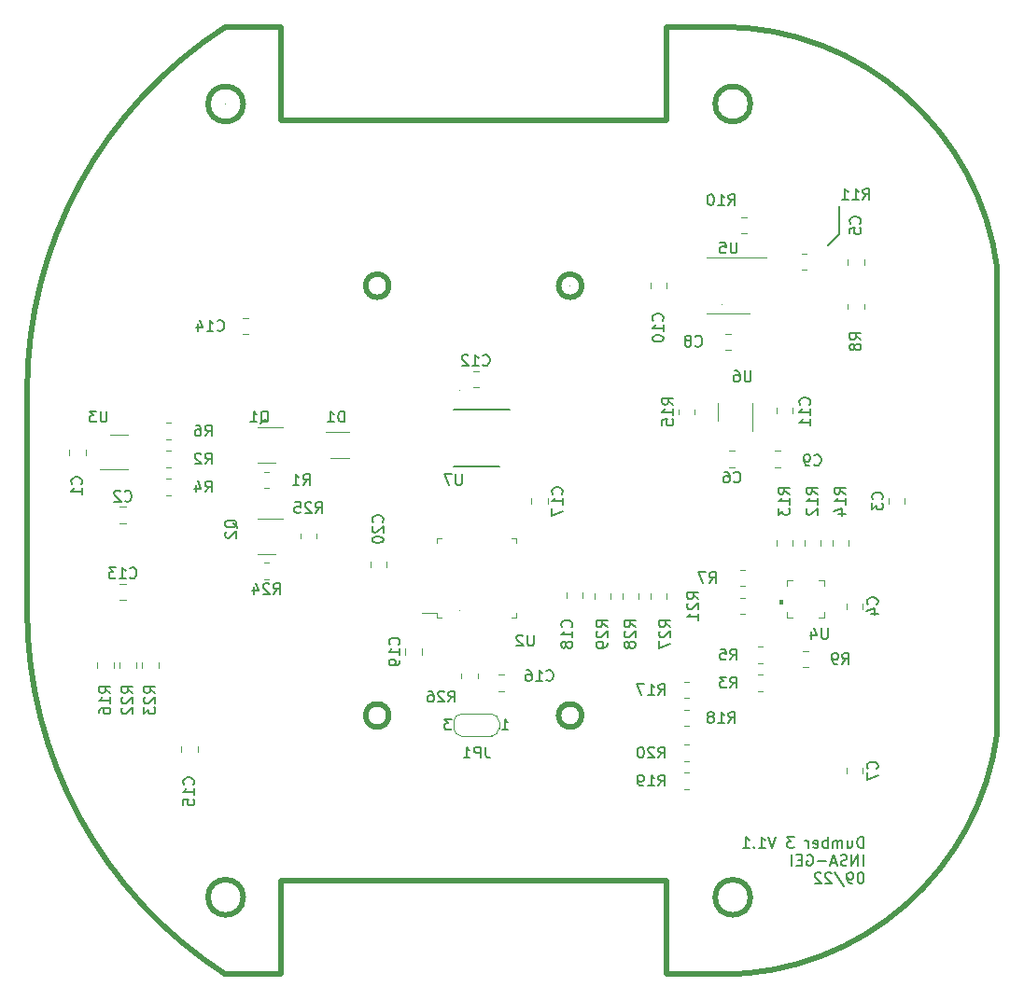
<source format=gbr>
%TF.GenerationSoftware,KiCad,Pcbnew,6.0.7-f9a2dced07~116~ubuntu20.04.1*%
%TF.CreationDate,2022-08-31T16:11:48+02:00*%
%TF.ProjectId,dumber-v3,64756d62-6572-42d7-9633-2e6b69636164,1.1*%
%TF.SameCoordinates,Original*%
%TF.FileFunction,Legend,Bot*%
%TF.FilePolarity,Positive*%
%FSLAX46Y46*%
G04 Gerber Fmt 4.6, Leading zero omitted, Abs format (unit mm)*
G04 Created by KiCad (PCBNEW 6.0.7-f9a2dced07~116~ubuntu20.04.1) date 2022-08-31 16:11:48*
%MOMM*%
%LPD*%
G01*
G04 APERTURE LIST*
%ADD10C,0.150000*%
%TA.AperFunction,Profile*%
%ADD11C,0.010050*%
%TD*%
%TA.AperFunction,Profile*%
%ADD12C,0.500000*%
%TD*%
%ADD13C,0.120000*%
%ADD14C,0.100000*%
G04 APERTURE END LIST*
D10*
X183388000Y-81788000D02*
X182372000Y-82804000D01*
X183388000Y-79248000D02*
X183388000Y-81788000D01*
D11*
X173755025Y-70000000D02*
G75*
G03*
X173755025Y-70000000I-5025J0D01*
G01*
X141505025Y-86500000D02*
G75*
G03*
X141505025Y-86500000I-5025J0D01*
G01*
D12*
X175350000Y-70000000D02*
G75*
G03*
X175350000Y-70000000I-1600000J0D01*
G01*
X142550000Y-86500000D02*
G75*
G03*
X142550000Y-86500000I-1050000J0D01*
G01*
X167750000Y-63000000D02*
X167750000Y-71500000D01*
X109750000Y-96000000D02*
X109750000Y-116000000D01*
X129350000Y-142000000D02*
G75*
G03*
X129350000Y-142000000I-1600000J0D01*
G01*
X127750000Y-63000000D02*
G75*
G03*
X109750000Y-96000000I21250000J-33000000D01*
G01*
X197750000Y-127000000D02*
X197750000Y-85000000D01*
X129350000Y-70000000D02*
G75*
G03*
X129350000Y-70000000I-1600000J0D01*
G01*
X167750000Y-149000000D02*
X172750000Y-149000000D01*
X172750000Y-63000000D02*
X167750000Y-63000000D01*
D11*
X172755025Y-123795455D02*
G75*
G03*
X172755025Y-123795455I-5025J0D01*
G01*
X159005025Y-125500000D02*
G75*
G03*
X159005025Y-125500000I-5025J0D01*
G01*
X159005025Y-86500000D02*
G75*
G03*
X159005025Y-86500000I-5025J0D01*
G01*
X172755025Y-88204545D02*
G75*
G03*
X172755025Y-88204545I-5025J0D01*
G01*
X149005025Y-116000000D02*
G75*
G03*
X149005025Y-116000000I-5025J0D01*
G01*
D12*
X132750000Y-149000000D02*
X132750000Y-140500000D01*
X167750000Y-140500000D02*
X167750000Y-149000000D01*
X127750000Y-149000000D02*
X132750000Y-149000000D01*
X167750000Y-71500000D02*
X132750000Y-71500000D01*
D11*
X127755025Y-70000000D02*
G75*
G03*
X127755025Y-70000000I-5025J0D01*
G01*
D12*
X109750000Y-116000000D02*
G75*
G03*
X127750000Y-149000000I39250000J0D01*
G01*
X175350000Y-142000000D02*
G75*
G03*
X175350000Y-142000000I-1600000J0D01*
G01*
D11*
X149005025Y-96000000D02*
G75*
G03*
X149005025Y-96000000I-5025J0D01*
G01*
D12*
X132750000Y-63000000D02*
X127750000Y-63000000D01*
X132750000Y-71500000D02*
X132750000Y-63000000D01*
X197750047Y-84999994D02*
G75*
G03*
X172750000Y-63000000I-25000047J-3204606D01*
G01*
X160050000Y-86500000D02*
G75*
G03*
X160050000Y-86500000I-1050000J0D01*
G01*
D11*
X173755025Y-142000000D02*
G75*
G03*
X173755025Y-142000000I-5025J0D01*
G01*
X141505025Y-125500000D02*
G75*
G03*
X141505025Y-125500000I-5025J0D01*
G01*
D12*
X132750000Y-140500000D02*
X167750000Y-140500000D01*
X160050000Y-125500000D02*
G75*
G03*
X160050000Y-125500000I-1050000J0D01*
G01*
X142550000Y-125500000D02*
G75*
G03*
X142550000Y-125500000I-1050000J0D01*
G01*
X172750000Y-149000005D02*
G75*
G03*
X197750000Y-127000000I0J25204545D01*
G01*
D11*
X127755025Y-142000000D02*
G75*
G03*
X127755025Y-142000000I-5025J0D01*
G01*
D10*
X185592404Y-137526380D02*
X185592404Y-136526380D01*
X185354309Y-136526380D01*
X185211452Y-136574000D01*
X185116214Y-136669238D01*
X185068595Y-136764476D01*
X185020976Y-136954952D01*
X185020976Y-137097809D01*
X185068595Y-137288285D01*
X185116214Y-137383523D01*
X185211452Y-137478761D01*
X185354309Y-137526380D01*
X185592404Y-137526380D01*
X184163833Y-136859714D02*
X184163833Y-137526380D01*
X184592404Y-136859714D02*
X184592404Y-137383523D01*
X184544785Y-137478761D01*
X184449547Y-137526380D01*
X184306690Y-137526380D01*
X184211452Y-137478761D01*
X184163833Y-137431142D01*
X183687642Y-137526380D02*
X183687642Y-136859714D01*
X183687642Y-136954952D02*
X183640023Y-136907333D01*
X183544785Y-136859714D01*
X183401928Y-136859714D01*
X183306690Y-136907333D01*
X183259071Y-137002571D01*
X183259071Y-137526380D01*
X183259071Y-137002571D02*
X183211452Y-136907333D01*
X183116214Y-136859714D01*
X182973357Y-136859714D01*
X182878119Y-136907333D01*
X182830500Y-137002571D01*
X182830500Y-137526380D01*
X182354309Y-137526380D02*
X182354309Y-136526380D01*
X182354309Y-136907333D02*
X182259071Y-136859714D01*
X182068595Y-136859714D01*
X181973357Y-136907333D01*
X181925738Y-136954952D01*
X181878119Y-137050190D01*
X181878119Y-137335904D01*
X181925738Y-137431142D01*
X181973357Y-137478761D01*
X182068595Y-137526380D01*
X182259071Y-137526380D01*
X182354309Y-137478761D01*
X181068595Y-137478761D02*
X181163833Y-137526380D01*
X181354309Y-137526380D01*
X181449547Y-137478761D01*
X181497166Y-137383523D01*
X181497166Y-137002571D01*
X181449547Y-136907333D01*
X181354309Y-136859714D01*
X181163833Y-136859714D01*
X181068595Y-136907333D01*
X181020976Y-137002571D01*
X181020976Y-137097809D01*
X181497166Y-137193047D01*
X180592404Y-137526380D02*
X180592404Y-136859714D01*
X180592404Y-137050190D02*
X180544785Y-136954952D01*
X180497166Y-136907333D01*
X180401928Y-136859714D01*
X180306690Y-136859714D01*
X179306690Y-136526380D02*
X178687642Y-136526380D01*
X179020976Y-136907333D01*
X178878119Y-136907333D01*
X178782880Y-136954952D01*
X178735261Y-137002571D01*
X178687642Y-137097809D01*
X178687642Y-137335904D01*
X178735261Y-137431142D01*
X178782880Y-137478761D01*
X178878119Y-137526380D01*
X179163833Y-137526380D01*
X179259071Y-137478761D01*
X179306690Y-137431142D01*
X177640023Y-136526380D02*
X177306690Y-137526380D01*
X176973357Y-136526380D01*
X176116214Y-137526380D02*
X176687642Y-137526380D01*
X176401928Y-137526380D02*
X176401928Y-136526380D01*
X176497166Y-136669238D01*
X176592404Y-136764476D01*
X176687642Y-136812095D01*
X175687642Y-137431142D02*
X175640023Y-137478761D01*
X175687642Y-137526380D01*
X175735261Y-137478761D01*
X175687642Y-137431142D01*
X175687642Y-137526380D01*
X174687642Y-137526380D02*
X175259071Y-137526380D01*
X174973357Y-137526380D02*
X174973357Y-136526380D01*
X175068595Y-136669238D01*
X175163833Y-136764476D01*
X175259071Y-136812095D01*
X185592404Y-139136380D02*
X185592404Y-138136380D01*
X185116214Y-139136380D02*
X185116214Y-138136380D01*
X184544785Y-139136380D01*
X184544785Y-138136380D01*
X184116214Y-139088761D02*
X183973357Y-139136380D01*
X183735261Y-139136380D01*
X183640023Y-139088761D01*
X183592404Y-139041142D01*
X183544785Y-138945904D01*
X183544785Y-138850666D01*
X183592404Y-138755428D01*
X183640023Y-138707809D01*
X183735261Y-138660190D01*
X183925738Y-138612571D01*
X184020976Y-138564952D01*
X184068595Y-138517333D01*
X184116214Y-138422095D01*
X184116214Y-138326857D01*
X184068595Y-138231619D01*
X184020976Y-138184000D01*
X183925738Y-138136380D01*
X183687642Y-138136380D01*
X183544785Y-138184000D01*
X183163833Y-138850666D02*
X182687642Y-138850666D01*
X183259071Y-139136380D02*
X182925738Y-138136380D01*
X182592404Y-139136380D01*
X182259071Y-138755428D02*
X181497166Y-138755428D01*
X180497166Y-138184000D02*
X180592404Y-138136380D01*
X180735261Y-138136380D01*
X180878119Y-138184000D01*
X180973357Y-138279238D01*
X181020976Y-138374476D01*
X181068595Y-138564952D01*
X181068595Y-138707809D01*
X181020976Y-138898285D01*
X180973357Y-138993523D01*
X180878119Y-139088761D01*
X180735261Y-139136380D01*
X180640023Y-139136380D01*
X180497166Y-139088761D01*
X180449547Y-139041142D01*
X180449547Y-138707809D01*
X180640023Y-138707809D01*
X180020976Y-138612571D02*
X179687642Y-138612571D01*
X179544785Y-139136380D02*
X180020976Y-139136380D01*
X180020976Y-138136380D01*
X179544785Y-138136380D01*
X179116214Y-139136380D02*
X179116214Y-138136380D01*
X185401928Y-139746380D02*
X185306690Y-139746380D01*
X185211452Y-139794000D01*
X185163833Y-139841619D01*
X185116214Y-139936857D01*
X185068595Y-140127333D01*
X185068595Y-140365428D01*
X185116214Y-140555904D01*
X185163833Y-140651142D01*
X185211452Y-140698761D01*
X185306690Y-140746380D01*
X185401928Y-140746380D01*
X185497166Y-140698761D01*
X185544785Y-140651142D01*
X185592404Y-140555904D01*
X185640023Y-140365428D01*
X185640023Y-140127333D01*
X185592404Y-139936857D01*
X185544785Y-139841619D01*
X185497166Y-139794000D01*
X185401928Y-139746380D01*
X184592404Y-140746380D02*
X184401928Y-140746380D01*
X184306690Y-140698761D01*
X184259071Y-140651142D01*
X184163833Y-140508285D01*
X184116214Y-140317809D01*
X184116214Y-139936857D01*
X184163833Y-139841619D01*
X184211452Y-139794000D01*
X184306690Y-139746380D01*
X184497166Y-139746380D01*
X184592404Y-139794000D01*
X184640023Y-139841619D01*
X184687642Y-139936857D01*
X184687642Y-140174952D01*
X184640023Y-140270190D01*
X184592404Y-140317809D01*
X184497166Y-140365428D01*
X184306690Y-140365428D01*
X184211452Y-140317809D01*
X184163833Y-140270190D01*
X184116214Y-140174952D01*
X182973357Y-139698761D02*
X183830500Y-140984476D01*
X182687642Y-139841619D02*
X182640023Y-139794000D01*
X182544785Y-139746380D01*
X182306690Y-139746380D01*
X182211452Y-139794000D01*
X182163833Y-139841619D01*
X182116214Y-139936857D01*
X182116214Y-140032095D01*
X182163833Y-140174952D01*
X182735261Y-140746380D01*
X182116214Y-140746380D01*
X181735261Y-139841619D02*
X181687642Y-139794000D01*
X181592404Y-139746380D01*
X181354309Y-139746380D01*
X181259071Y-139794000D01*
X181211452Y-139841619D01*
X181163833Y-139936857D01*
X181163833Y-140032095D01*
X181211452Y-140174952D01*
X181782880Y-140746380D01*
X181163833Y-140746380D01*
%TO.C,D1*%
X138533095Y-98877380D02*
X138533095Y-97877380D01*
X138295000Y-97877380D01*
X138152142Y-97925000D01*
X138056904Y-98020238D01*
X138009285Y-98115476D01*
X137961666Y-98305952D01*
X137961666Y-98448809D01*
X138009285Y-98639285D01*
X138056904Y-98734523D01*
X138152142Y-98829761D01*
X138295000Y-98877380D01*
X138533095Y-98877380D01*
X137009285Y-98877380D02*
X137580714Y-98877380D01*
X137295000Y-98877380D02*
X137295000Y-97877380D01*
X137390238Y-98020238D01*
X137485476Y-98115476D01*
X137580714Y-98163095D01*
%TO.C,C17*%
X158247142Y-105402142D02*
X158294761Y-105354523D01*
X158342380Y-105211666D01*
X158342380Y-105116428D01*
X158294761Y-104973571D01*
X158199523Y-104878333D01*
X158104285Y-104830714D01*
X157913809Y-104783095D01*
X157770952Y-104783095D01*
X157580476Y-104830714D01*
X157485238Y-104878333D01*
X157390000Y-104973571D01*
X157342380Y-105116428D01*
X157342380Y-105211666D01*
X157390000Y-105354523D01*
X157437619Y-105402142D01*
X158342380Y-106354523D02*
X158342380Y-105783095D01*
X158342380Y-106068809D02*
X157342380Y-106068809D01*
X157485238Y-105973571D01*
X157580476Y-105878333D01*
X157628095Y-105783095D01*
X157342380Y-106687857D02*
X157342380Y-107354523D01*
X158342380Y-106925952D01*
%TO.C,R10*%
X173362857Y-79192380D02*
X173696190Y-78716190D01*
X173934285Y-79192380D02*
X173934285Y-78192380D01*
X173553333Y-78192380D01*
X173458095Y-78240000D01*
X173410476Y-78287619D01*
X173362857Y-78382857D01*
X173362857Y-78525714D01*
X173410476Y-78620952D01*
X173458095Y-78668571D01*
X173553333Y-78716190D01*
X173934285Y-78716190D01*
X172410476Y-79192380D02*
X172981904Y-79192380D01*
X172696190Y-79192380D02*
X172696190Y-78192380D01*
X172791428Y-78335238D01*
X172886666Y-78430476D01*
X172981904Y-78478095D01*
X171791428Y-78192380D02*
X171696190Y-78192380D01*
X171600952Y-78240000D01*
X171553333Y-78287619D01*
X171505714Y-78382857D01*
X171458095Y-78573333D01*
X171458095Y-78811428D01*
X171505714Y-79001904D01*
X171553333Y-79097142D01*
X171600952Y-79144761D01*
X171696190Y-79192380D01*
X171791428Y-79192380D01*
X171886666Y-79144761D01*
X171934285Y-79097142D01*
X171981904Y-79001904D01*
X172029523Y-78811428D01*
X172029523Y-78573333D01*
X171981904Y-78382857D01*
X171934285Y-78287619D01*
X171886666Y-78240000D01*
X171791428Y-78192380D01*
%TO.C,U2*%
X155701904Y-118197380D02*
X155701904Y-119006904D01*
X155654285Y-119102142D01*
X155606666Y-119149761D01*
X155511428Y-119197380D01*
X155320952Y-119197380D01*
X155225714Y-119149761D01*
X155178095Y-119102142D01*
X155130476Y-119006904D01*
X155130476Y-118197380D01*
X154701904Y-118292619D02*
X154654285Y-118245000D01*
X154559047Y-118197380D01*
X154320952Y-118197380D01*
X154225714Y-118245000D01*
X154178095Y-118292619D01*
X154130476Y-118387857D01*
X154130476Y-118483095D01*
X154178095Y-118625952D01*
X154749523Y-119197380D01*
X154130476Y-119197380D01*
%TO.C,C4*%
X186822142Y-115403333D02*
X186869761Y-115355714D01*
X186917380Y-115212857D01*
X186917380Y-115117619D01*
X186869761Y-114974761D01*
X186774523Y-114879523D01*
X186679285Y-114831904D01*
X186488809Y-114784285D01*
X186345952Y-114784285D01*
X186155476Y-114831904D01*
X186060238Y-114879523D01*
X185965000Y-114974761D01*
X185917380Y-115117619D01*
X185917380Y-115212857D01*
X185965000Y-115355714D01*
X186012619Y-115403333D01*
X186250714Y-116260476D02*
X186917380Y-116260476D01*
X185869761Y-116022380D02*
X186584047Y-115784285D01*
X186584047Y-116403333D01*
%TO.C,R7*%
X171616666Y-113482380D02*
X171950000Y-113006190D01*
X172188095Y-113482380D02*
X172188095Y-112482380D01*
X171807142Y-112482380D01*
X171711904Y-112530000D01*
X171664285Y-112577619D01*
X171616666Y-112672857D01*
X171616666Y-112815714D01*
X171664285Y-112910952D01*
X171711904Y-112958571D01*
X171807142Y-113006190D01*
X172188095Y-113006190D01*
X171283333Y-112482380D02*
X170616666Y-112482380D01*
X171045238Y-113482380D01*
%TO.C,C20*%
X141962142Y-107942142D02*
X142009761Y-107894523D01*
X142057380Y-107751666D01*
X142057380Y-107656428D01*
X142009761Y-107513571D01*
X141914523Y-107418333D01*
X141819285Y-107370714D01*
X141628809Y-107323095D01*
X141485952Y-107323095D01*
X141295476Y-107370714D01*
X141200238Y-107418333D01*
X141105000Y-107513571D01*
X141057380Y-107656428D01*
X141057380Y-107751666D01*
X141105000Y-107894523D01*
X141152619Y-107942142D01*
X141152619Y-108323095D02*
X141105000Y-108370714D01*
X141057380Y-108465952D01*
X141057380Y-108704047D01*
X141105000Y-108799285D01*
X141152619Y-108846904D01*
X141247857Y-108894523D01*
X141343095Y-108894523D01*
X141485952Y-108846904D01*
X142057380Y-108275476D01*
X142057380Y-108894523D01*
X141057380Y-109513571D02*
X141057380Y-109608809D01*
X141105000Y-109704047D01*
X141152619Y-109751666D01*
X141247857Y-109799285D01*
X141438333Y-109846904D01*
X141676428Y-109846904D01*
X141866904Y-109799285D01*
X141962142Y-109751666D01*
X142009761Y-109704047D01*
X142057380Y-109608809D01*
X142057380Y-109513571D01*
X142009761Y-109418333D01*
X141962142Y-109370714D01*
X141866904Y-109323095D01*
X141676428Y-109275476D01*
X141438333Y-109275476D01*
X141247857Y-109323095D01*
X141152619Y-109370714D01*
X141105000Y-109418333D01*
X141057380Y-109513571D01*
%TO.C,R17*%
X167012857Y-123642380D02*
X167346190Y-123166190D01*
X167584285Y-123642380D02*
X167584285Y-122642380D01*
X167203333Y-122642380D01*
X167108095Y-122690000D01*
X167060476Y-122737619D01*
X167012857Y-122832857D01*
X167012857Y-122975714D01*
X167060476Y-123070952D01*
X167108095Y-123118571D01*
X167203333Y-123166190D01*
X167584285Y-123166190D01*
X166060476Y-123642380D02*
X166631904Y-123642380D01*
X166346190Y-123642380D02*
X166346190Y-122642380D01*
X166441428Y-122785238D01*
X166536666Y-122880476D01*
X166631904Y-122928095D01*
X165727142Y-122642380D02*
X165060476Y-122642380D01*
X165489047Y-123642380D01*
%TO.C,C6*%
X173841666Y-104272142D02*
X173889285Y-104319761D01*
X174032142Y-104367380D01*
X174127380Y-104367380D01*
X174270238Y-104319761D01*
X174365476Y-104224523D01*
X174413095Y-104129285D01*
X174460714Y-103938809D01*
X174460714Y-103795952D01*
X174413095Y-103605476D01*
X174365476Y-103510238D01*
X174270238Y-103415000D01*
X174127380Y-103367380D01*
X174032142Y-103367380D01*
X173889285Y-103415000D01*
X173841666Y-103462619D01*
X172984523Y-103367380D02*
X173175000Y-103367380D01*
X173270238Y-103415000D01*
X173317857Y-103462619D01*
X173413095Y-103605476D01*
X173460714Y-103795952D01*
X173460714Y-104176904D01*
X173413095Y-104272142D01*
X173365476Y-104319761D01*
X173270238Y-104367380D01*
X173079761Y-104367380D01*
X172984523Y-104319761D01*
X172936904Y-104272142D01*
X172889285Y-104176904D01*
X172889285Y-103938809D01*
X172936904Y-103843571D01*
X172984523Y-103795952D01*
X173079761Y-103748333D01*
X173270238Y-103748333D01*
X173365476Y-103795952D01*
X173413095Y-103843571D01*
X173460714Y-103938809D01*
%TO.C,R3*%
X173521666Y-123007380D02*
X173855000Y-122531190D01*
X174093095Y-123007380D02*
X174093095Y-122007380D01*
X173712142Y-122007380D01*
X173616904Y-122055000D01*
X173569285Y-122102619D01*
X173521666Y-122197857D01*
X173521666Y-122340714D01*
X173569285Y-122435952D01*
X173616904Y-122483571D01*
X173712142Y-122531190D01*
X174093095Y-122531190D01*
X173188333Y-122007380D02*
X172569285Y-122007380D01*
X172902619Y-122388333D01*
X172759761Y-122388333D01*
X172664523Y-122435952D01*
X172616904Y-122483571D01*
X172569285Y-122578809D01*
X172569285Y-122816904D01*
X172616904Y-122912142D01*
X172664523Y-122959761D01*
X172759761Y-123007380D01*
X173045476Y-123007380D01*
X173140714Y-122959761D01*
X173188333Y-122912142D01*
%TO.C,C19*%
X143457142Y-119057142D02*
X143504761Y-119009523D01*
X143552380Y-118866666D01*
X143552380Y-118771428D01*
X143504761Y-118628571D01*
X143409523Y-118533333D01*
X143314285Y-118485714D01*
X143123809Y-118438095D01*
X142980952Y-118438095D01*
X142790476Y-118485714D01*
X142695238Y-118533333D01*
X142600000Y-118628571D01*
X142552380Y-118771428D01*
X142552380Y-118866666D01*
X142600000Y-119009523D01*
X142647619Y-119057142D01*
X143552380Y-120009523D02*
X143552380Y-119438095D01*
X143552380Y-119723809D02*
X142552380Y-119723809D01*
X142695238Y-119628571D01*
X142790476Y-119533333D01*
X142838095Y-119438095D01*
X143552380Y-120485714D02*
X143552380Y-120676190D01*
X143504761Y-120771428D01*
X143457142Y-120819047D01*
X143314285Y-120914285D01*
X143123809Y-120961904D01*
X142742857Y-120961904D01*
X142647619Y-120914285D01*
X142600000Y-120866666D01*
X142552380Y-120771428D01*
X142552380Y-120580952D01*
X142600000Y-120485714D01*
X142647619Y-120438095D01*
X142742857Y-120390476D01*
X142980952Y-120390476D01*
X143076190Y-120438095D01*
X143123809Y-120485714D01*
X143171428Y-120580952D01*
X143171428Y-120771428D01*
X143123809Y-120866666D01*
X143076190Y-120914285D01*
X142980952Y-120961904D01*
%TO.C,U3*%
X116966904Y-97877380D02*
X116966904Y-98686904D01*
X116919285Y-98782142D01*
X116871666Y-98829761D01*
X116776428Y-98877380D01*
X116585952Y-98877380D01*
X116490714Y-98829761D01*
X116443095Y-98782142D01*
X116395476Y-98686904D01*
X116395476Y-97877380D01*
X116014523Y-97877380D02*
X115395476Y-97877380D01*
X115728809Y-98258333D01*
X115585952Y-98258333D01*
X115490714Y-98305952D01*
X115443095Y-98353571D01*
X115395476Y-98448809D01*
X115395476Y-98686904D01*
X115443095Y-98782142D01*
X115490714Y-98829761D01*
X115585952Y-98877380D01*
X115871666Y-98877380D01*
X115966904Y-98829761D01*
X116014523Y-98782142D01*
%TO.C,Q2*%
X128817619Y-108489761D02*
X128770000Y-108394523D01*
X128674761Y-108299285D01*
X128531904Y-108156428D01*
X128484285Y-108061190D01*
X128484285Y-107965952D01*
X128722380Y-108013571D02*
X128674761Y-107918333D01*
X128579523Y-107823095D01*
X128389047Y-107775476D01*
X128055714Y-107775476D01*
X127865238Y-107823095D01*
X127770000Y-107918333D01*
X127722380Y-108013571D01*
X127722380Y-108204047D01*
X127770000Y-108299285D01*
X127865238Y-108394523D01*
X128055714Y-108442142D01*
X128389047Y-108442142D01*
X128579523Y-108394523D01*
X128674761Y-108299285D01*
X128722380Y-108204047D01*
X128722380Y-108013571D01*
X127817619Y-108823095D02*
X127770000Y-108870714D01*
X127722380Y-108965952D01*
X127722380Y-109204047D01*
X127770000Y-109299285D01*
X127817619Y-109346904D01*
X127912857Y-109394523D01*
X128008095Y-109394523D01*
X128150952Y-109346904D01*
X128722380Y-108775476D01*
X128722380Y-109394523D01*
%TO.C,R24*%
X132087857Y-114497380D02*
X132421190Y-114021190D01*
X132659285Y-114497380D02*
X132659285Y-113497380D01*
X132278333Y-113497380D01*
X132183095Y-113545000D01*
X132135476Y-113592619D01*
X132087857Y-113687857D01*
X132087857Y-113830714D01*
X132135476Y-113925952D01*
X132183095Y-113973571D01*
X132278333Y-114021190D01*
X132659285Y-114021190D01*
X131706904Y-113592619D02*
X131659285Y-113545000D01*
X131564047Y-113497380D01*
X131325952Y-113497380D01*
X131230714Y-113545000D01*
X131183095Y-113592619D01*
X131135476Y-113687857D01*
X131135476Y-113783095D01*
X131183095Y-113925952D01*
X131754523Y-114497380D01*
X131135476Y-114497380D01*
X130278333Y-113830714D02*
X130278333Y-114497380D01*
X130516428Y-113449761D02*
X130754523Y-114164047D01*
X130135476Y-114164047D01*
%TO.C,R1*%
X134786666Y-104592380D02*
X135120000Y-104116190D01*
X135358095Y-104592380D02*
X135358095Y-103592380D01*
X134977142Y-103592380D01*
X134881904Y-103640000D01*
X134834285Y-103687619D01*
X134786666Y-103782857D01*
X134786666Y-103925714D01*
X134834285Y-104020952D01*
X134881904Y-104068571D01*
X134977142Y-104116190D01*
X135358095Y-104116190D01*
X133834285Y-104592380D02*
X134405714Y-104592380D01*
X134120000Y-104592380D02*
X134120000Y-103592380D01*
X134215238Y-103735238D01*
X134310476Y-103830476D01*
X134405714Y-103878095D01*
%TO.C,C7*%
X186822142Y-130323333D02*
X186869761Y-130275714D01*
X186917380Y-130132857D01*
X186917380Y-130037619D01*
X186869761Y-129894761D01*
X186774523Y-129799523D01*
X186679285Y-129751904D01*
X186488809Y-129704285D01*
X186345952Y-129704285D01*
X186155476Y-129751904D01*
X186060238Y-129799523D01*
X185965000Y-129894761D01*
X185917380Y-130037619D01*
X185917380Y-130132857D01*
X185965000Y-130275714D01*
X186012619Y-130323333D01*
X185917380Y-130656666D02*
X185917380Y-131323333D01*
X186917380Y-130894761D01*
%TO.C,R16*%
X117292380Y-123459642D02*
X116816190Y-123126309D01*
X117292380Y-122888214D02*
X116292380Y-122888214D01*
X116292380Y-123269166D01*
X116340000Y-123364404D01*
X116387619Y-123412023D01*
X116482857Y-123459642D01*
X116625714Y-123459642D01*
X116720952Y-123412023D01*
X116768571Y-123364404D01*
X116816190Y-123269166D01*
X116816190Y-122888214D01*
X117292380Y-124412023D02*
X117292380Y-123840595D01*
X117292380Y-124126309D02*
X116292380Y-124126309D01*
X116435238Y-124031071D01*
X116530476Y-123935833D01*
X116578095Y-123840595D01*
X116292380Y-125269166D02*
X116292380Y-125078690D01*
X116340000Y-124983452D01*
X116387619Y-124935833D01*
X116530476Y-124840595D01*
X116720952Y-124792976D01*
X117101904Y-124792976D01*
X117197142Y-124840595D01*
X117244761Y-124888214D01*
X117292380Y-124983452D01*
X117292380Y-125173928D01*
X117244761Y-125269166D01*
X117197142Y-125316785D01*
X117101904Y-125364404D01*
X116863809Y-125364404D01*
X116768571Y-125316785D01*
X116720952Y-125269166D01*
X116673333Y-125173928D01*
X116673333Y-124983452D01*
X116720952Y-124888214D01*
X116768571Y-124840595D01*
X116863809Y-124792976D01*
%TO.C,R13*%
X178887380Y-105402142D02*
X178411190Y-105068809D01*
X178887380Y-104830714D02*
X177887380Y-104830714D01*
X177887380Y-105211666D01*
X177935000Y-105306904D01*
X177982619Y-105354523D01*
X178077857Y-105402142D01*
X178220714Y-105402142D01*
X178315952Y-105354523D01*
X178363571Y-105306904D01*
X178411190Y-105211666D01*
X178411190Y-104830714D01*
X178887380Y-106354523D02*
X178887380Y-105783095D01*
X178887380Y-106068809D02*
X177887380Y-106068809D01*
X178030238Y-105973571D01*
X178125476Y-105878333D01*
X178173095Y-105783095D01*
X177887380Y-106687857D02*
X177887380Y-107306904D01*
X178268333Y-106973571D01*
X178268333Y-107116428D01*
X178315952Y-107211666D01*
X178363571Y-107259285D01*
X178458809Y-107306904D01*
X178696904Y-107306904D01*
X178792142Y-107259285D01*
X178839761Y-107211666D01*
X178887380Y-107116428D01*
X178887380Y-106830714D01*
X178839761Y-106735476D01*
X178792142Y-106687857D01*
%TO.C,U7*%
X149186904Y-103592380D02*
X149186904Y-104401904D01*
X149139285Y-104497142D01*
X149091666Y-104544761D01*
X148996428Y-104592380D01*
X148805952Y-104592380D01*
X148710714Y-104544761D01*
X148663095Y-104497142D01*
X148615476Y-104401904D01*
X148615476Y-103592380D01*
X148234523Y-103592380D02*
X147567857Y-103592380D01*
X147996428Y-104592380D01*
%TO.C,R21*%
X170632380Y-114927142D02*
X170156190Y-114593809D01*
X170632380Y-114355714D02*
X169632380Y-114355714D01*
X169632380Y-114736666D01*
X169680000Y-114831904D01*
X169727619Y-114879523D01*
X169822857Y-114927142D01*
X169965714Y-114927142D01*
X170060952Y-114879523D01*
X170108571Y-114831904D01*
X170156190Y-114736666D01*
X170156190Y-114355714D01*
X169727619Y-115308095D02*
X169680000Y-115355714D01*
X169632380Y-115450952D01*
X169632380Y-115689047D01*
X169680000Y-115784285D01*
X169727619Y-115831904D01*
X169822857Y-115879523D01*
X169918095Y-115879523D01*
X170060952Y-115831904D01*
X170632380Y-115260476D01*
X170632380Y-115879523D01*
X170632380Y-116831904D02*
X170632380Y-116260476D01*
X170632380Y-116546190D02*
X169632380Y-116546190D01*
X169775238Y-116450952D01*
X169870476Y-116355714D01*
X169918095Y-116260476D01*
%TO.C,C3*%
X187272142Y-105878333D02*
X187319761Y-105830714D01*
X187367380Y-105687857D01*
X187367380Y-105592619D01*
X187319761Y-105449761D01*
X187224523Y-105354523D01*
X187129285Y-105306904D01*
X186938809Y-105259285D01*
X186795952Y-105259285D01*
X186605476Y-105306904D01*
X186510238Y-105354523D01*
X186415000Y-105449761D01*
X186367380Y-105592619D01*
X186367380Y-105687857D01*
X186415000Y-105830714D01*
X186462619Y-105878333D01*
X186367380Y-106211666D02*
X186367380Y-106830714D01*
X186748333Y-106497380D01*
X186748333Y-106640238D01*
X186795952Y-106735476D01*
X186843571Y-106783095D01*
X186938809Y-106830714D01*
X187176904Y-106830714D01*
X187272142Y-106783095D01*
X187319761Y-106735476D01*
X187367380Y-106640238D01*
X187367380Y-106354523D01*
X187319761Y-106259285D01*
X187272142Y-106211666D01*
%TO.C,R2*%
X125896666Y-102687380D02*
X126230000Y-102211190D01*
X126468095Y-102687380D02*
X126468095Y-101687380D01*
X126087142Y-101687380D01*
X125991904Y-101735000D01*
X125944285Y-101782619D01*
X125896666Y-101877857D01*
X125896666Y-102020714D01*
X125944285Y-102115952D01*
X125991904Y-102163571D01*
X126087142Y-102211190D01*
X126468095Y-102211190D01*
X125515714Y-101782619D02*
X125468095Y-101735000D01*
X125372857Y-101687380D01*
X125134761Y-101687380D01*
X125039523Y-101735000D01*
X124991904Y-101782619D01*
X124944285Y-101877857D01*
X124944285Y-101973095D01*
X124991904Y-102115952D01*
X125563333Y-102687380D01*
X124944285Y-102687380D01*
%TO.C,JP1*%
X151328333Y-128357380D02*
X151328333Y-129071666D01*
X151375952Y-129214523D01*
X151471190Y-129309761D01*
X151614047Y-129357380D01*
X151709285Y-129357380D01*
X150852142Y-129357380D02*
X150852142Y-128357380D01*
X150471190Y-128357380D01*
X150375952Y-128405000D01*
X150328333Y-128452619D01*
X150280714Y-128547857D01*
X150280714Y-128690714D01*
X150328333Y-128785952D01*
X150375952Y-128833571D01*
X150471190Y-128881190D01*
X150852142Y-128881190D01*
X149328333Y-129357380D02*
X149899761Y-129357380D01*
X149614047Y-129357380D02*
X149614047Y-128357380D01*
X149709285Y-128500238D01*
X149804523Y-128595476D01*
X149899761Y-128643095D01*
X152809285Y-126817380D02*
X153380714Y-126817380D01*
X153095000Y-126817380D02*
X153095000Y-125817380D01*
X153190238Y-125960238D01*
X153285476Y-126055476D01*
X153380714Y-126103095D01*
X148228333Y-125817380D02*
X147609285Y-125817380D01*
X147942619Y-126198333D01*
X147799761Y-126198333D01*
X147704523Y-126245952D01*
X147656904Y-126293571D01*
X147609285Y-126388809D01*
X147609285Y-126626904D01*
X147656904Y-126722142D01*
X147704523Y-126769761D01*
X147799761Y-126817380D01*
X148085476Y-126817380D01*
X148180714Y-126769761D01*
X148228333Y-126722142D01*
%TO.C,C8*%
X170346666Y-91929642D02*
X170394285Y-91977261D01*
X170537142Y-92024880D01*
X170632380Y-92024880D01*
X170775238Y-91977261D01*
X170870476Y-91882023D01*
X170918095Y-91786785D01*
X170965714Y-91596309D01*
X170965714Y-91453452D01*
X170918095Y-91262976D01*
X170870476Y-91167738D01*
X170775238Y-91072500D01*
X170632380Y-91024880D01*
X170537142Y-91024880D01*
X170394285Y-91072500D01*
X170346666Y-91120119D01*
X169775238Y-91453452D02*
X169870476Y-91405833D01*
X169918095Y-91358214D01*
X169965714Y-91262976D01*
X169965714Y-91215357D01*
X169918095Y-91120119D01*
X169870476Y-91072500D01*
X169775238Y-91024880D01*
X169584761Y-91024880D01*
X169489523Y-91072500D01*
X169441904Y-91120119D01*
X169394285Y-91215357D01*
X169394285Y-91262976D01*
X169441904Y-91358214D01*
X169489523Y-91405833D01*
X169584761Y-91453452D01*
X169775238Y-91453452D01*
X169870476Y-91501071D01*
X169918095Y-91548690D01*
X169965714Y-91643928D01*
X169965714Y-91834404D01*
X169918095Y-91929642D01*
X169870476Y-91977261D01*
X169775238Y-92024880D01*
X169584761Y-92024880D01*
X169489523Y-91977261D01*
X169441904Y-91929642D01*
X169394285Y-91834404D01*
X169394285Y-91643928D01*
X169441904Y-91548690D01*
X169489523Y-91501071D01*
X169584761Y-91453452D01*
%TO.C,R5*%
X173521666Y-120467380D02*
X173855000Y-119991190D01*
X174093095Y-120467380D02*
X174093095Y-119467380D01*
X173712142Y-119467380D01*
X173616904Y-119515000D01*
X173569285Y-119562619D01*
X173521666Y-119657857D01*
X173521666Y-119800714D01*
X173569285Y-119895952D01*
X173616904Y-119943571D01*
X173712142Y-119991190D01*
X174093095Y-119991190D01*
X172616904Y-119467380D02*
X173093095Y-119467380D01*
X173140714Y-119943571D01*
X173093095Y-119895952D01*
X172997857Y-119848333D01*
X172759761Y-119848333D01*
X172664523Y-119895952D01*
X172616904Y-119943571D01*
X172569285Y-120038809D01*
X172569285Y-120276904D01*
X172616904Y-120372142D01*
X172664523Y-120419761D01*
X172759761Y-120467380D01*
X172997857Y-120467380D01*
X173093095Y-120419761D01*
X173140714Y-120372142D01*
%TO.C,R11*%
X185554857Y-78684380D02*
X185888190Y-78208190D01*
X186126285Y-78684380D02*
X186126285Y-77684380D01*
X185745333Y-77684380D01*
X185650095Y-77732000D01*
X185602476Y-77779619D01*
X185554857Y-77874857D01*
X185554857Y-78017714D01*
X185602476Y-78112952D01*
X185650095Y-78160571D01*
X185745333Y-78208190D01*
X186126285Y-78208190D01*
X184602476Y-78684380D02*
X185173904Y-78684380D01*
X184888190Y-78684380D02*
X184888190Y-77684380D01*
X184983428Y-77827238D01*
X185078666Y-77922476D01*
X185173904Y-77970095D01*
X183650095Y-78684380D02*
X184221523Y-78684380D01*
X183935809Y-78684380D02*
X183935809Y-77684380D01*
X184031047Y-77827238D01*
X184126285Y-77922476D01*
X184221523Y-77970095D01*
%TO.C,C5*%
X185269142Y-80853833D02*
X185316761Y-80806214D01*
X185364380Y-80663357D01*
X185364380Y-80568119D01*
X185316761Y-80425261D01*
X185221523Y-80330023D01*
X185126285Y-80282404D01*
X184935809Y-80234785D01*
X184792952Y-80234785D01*
X184602476Y-80282404D01*
X184507238Y-80330023D01*
X184412000Y-80425261D01*
X184364380Y-80568119D01*
X184364380Y-80663357D01*
X184412000Y-80806214D01*
X184459619Y-80853833D01*
X184364380Y-81758595D02*
X184364380Y-81282404D01*
X184840571Y-81234785D01*
X184792952Y-81282404D01*
X184745333Y-81377642D01*
X184745333Y-81615738D01*
X184792952Y-81710976D01*
X184840571Y-81758595D01*
X184935809Y-81806214D01*
X185173904Y-81806214D01*
X185269142Y-81758595D01*
X185316761Y-81710976D01*
X185364380Y-81615738D01*
X185364380Y-81377642D01*
X185316761Y-81282404D01*
X185269142Y-81234785D01*
%TO.C,R18*%
X173362857Y-126182380D02*
X173696190Y-125706190D01*
X173934285Y-126182380D02*
X173934285Y-125182380D01*
X173553333Y-125182380D01*
X173458095Y-125230000D01*
X173410476Y-125277619D01*
X173362857Y-125372857D01*
X173362857Y-125515714D01*
X173410476Y-125610952D01*
X173458095Y-125658571D01*
X173553333Y-125706190D01*
X173934285Y-125706190D01*
X172410476Y-126182380D02*
X172981904Y-126182380D01*
X172696190Y-126182380D02*
X172696190Y-125182380D01*
X172791428Y-125325238D01*
X172886666Y-125420476D01*
X172981904Y-125468095D01*
X171839047Y-125610952D02*
X171934285Y-125563333D01*
X171981904Y-125515714D01*
X172029523Y-125420476D01*
X172029523Y-125372857D01*
X171981904Y-125277619D01*
X171934285Y-125230000D01*
X171839047Y-125182380D01*
X171648571Y-125182380D01*
X171553333Y-125230000D01*
X171505714Y-125277619D01*
X171458095Y-125372857D01*
X171458095Y-125420476D01*
X171505714Y-125515714D01*
X171553333Y-125563333D01*
X171648571Y-125610952D01*
X171839047Y-125610952D01*
X171934285Y-125658571D01*
X171981904Y-125706190D01*
X172029523Y-125801428D01*
X172029523Y-125991904D01*
X171981904Y-126087142D01*
X171934285Y-126134761D01*
X171839047Y-126182380D01*
X171648571Y-126182380D01*
X171553333Y-126134761D01*
X171505714Y-126087142D01*
X171458095Y-125991904D01*
X171458095Y-125801428D01*
X171505714Y-125706190D01*
X171553333Y-125658571D01*
X171648571Y-125610952D01*
%TO.C,R19*%
X167012857Y-131897380D02*
X167346190Y-131421190D01*
X167584285Y-131897380D02*
X167584285Y-130897380D01*
X167203333Y-130897380D01*
X167108095Y-130945000D01*
X167060476Y-130992619D01*
X167012857Y-131087857D01*
X167012857Y-131230714D01*
X167060476Y-131325952D01*
X167108095Y-131373571D01*
X167203333Y-131421190D01*
X167584285Y-131421190D01*
X166060476Y-131897380D02*
X166631904Y-131897380D01*
X166346190Y-131897380D02*
X166346190Y-130897380D01*
X166441428Y-131040238D01*
X166536666Y-131135476D01*
X166631904Y-131183095D01*
X165584285Y-131897380D02*
X165393809Y-131897380D01*
X165298571Y-131849761D01*
X165250952Y-131802142D01*
X165155714Y-131659285D01*
X165108095Y-131468809D01*
X165108095Y-131087857D01*
X165155714Y-130992619D01*
X165203333Y-130945000D01*
X165298571Y-130897380D01*
X165489047Y-130897380D01*
X165584285Y-130945000D01*
X165631904Y-130992619D01*
X165679523Y-131087857D01*
X165679523Y-131325952D01*
X165631904Y-131421190D01*
X165584285Y-131468809D01*
X165489047Y-131516428D01*
X165298571Y-131516428D01*
X165203333Y-131468809D01*
X165155714Y-131421190D01*
X165108095Y-131325952D01*
%TO.C,C13*%
X119067857Y-112977142D02*
X119115476Y-113024761D01*
X119258333Y-113072380D01*
X119353571Y-113072380D01*
X119496428Y-113024761D01*
X119591666Y-112929523D01*
X119639285Y-112834285D01*
X119686904Y-112643809D01*
X119686904Y-112500952D01*
X119639285Y-112310476D01*
X119591666Y-112215238D01*
X119496428Y-112120000D01*
X119353571Y-112072380D01*
X119258333Y-112072380D01*
X119115476Y-112120000D01*
X119067857Y-112167619D01*
X118115476Y-113072380D02*
X118686904Y-113072380D01*
X118401190Y-113072380D02*
X118401190Y-112072380D01*
X118496428Y-112215238D01*
X118591666Y-112310476D01*
X118686904Y-112358095D01*
X117782142Y-112072380D02*
X117163095Y-112072380D01*
X117496428Y-112453333D01*
X117353571Y-112453333D01*
X117258333Y-112500952D01*
X117210714Y-112548571D01*
X117163095Y-112643809D01*
X117163095Y-112881904D01*
X117210714Y-112977142D01*
X117258333Y-113024761D01*
X117353571Y-113072380D01*
X117639285Y-113072380D01*
X117734523Y-113024761D01*
X117782142Y-112977142D01*
%TO.C,U4*%
X182371904Y-117562380D02*
X182371904Y-118371904D01*
X182324285Y-118467142D01*
X182276666Y-118514761D01*
X182181428Y-118562380D01*
X181990952Y-118562380D01*
X181895714Y-118514761D01*
X181848095Y-118467142D01*
X181800476Y-118371904D01*
X181800476Y-117562380D01*
X180895714Y-117895714D02*
X180895714Y-118562380D01*
X181133809Y-117514761D02*
X181371904Y-118229047D01*
X180752857Y-118229047D01*
%TO.C,R9*%
X183681666Y-120848380D02*
X184015000Y-120372190D01*
X184253095Y-120848380D02*
X184253095Y-119848380D01*
X183872142Y-119848380D01*
X183776904Y-119896000D01*
X183729285Y-119943619D01*
X183681666Y-120038857D01*
X183681666Y-120181714D01*
X183729285Y-120276952D01*
X183776904Y-120324571D01*
X183872142Y-120372190D01*
X184253095Y-120372190D01*
X183205476Y-120848380D02*
X183015000Y-120848380D01*
X182919761Y-120800761D01*
X182872142Y-120753142D01*
X182776904Y-120610285D01*
X182729285Y-120419809D01*
X182729285Y-120038857D01*
X182776904Y-119943619D01*
X182824523Y-119896000D01*
X182919761Y-119848380D01*
X183110238Y-119848380D01*
X183205476Y-119896000D01*
X183253095Y-119943619D01*
X183300714Y-120038857D01*
X183300714Y-120276952D01*
X183253095Y-120372190D01*
X183205476Y-120419809D01*
X183110238Y-120467428D01*
X182919761Y-120467428D01*
X182824523Y-120419809D01*
X182776904Y-120372190D01*
X182729285Y-120276952D01*
%TO.C,R14*%
X183967380Y-105402142D02*
X183491190Y-105068809D01*
X183967380Y-104830714D02*
X182967380Y-104830714D01*
X182967380Y-105211666D01*
X183015000Y-105306904D01*
X183062619Y-105354523D01*
X183157857Y-105402142D01*
X183300714Y-105402142D01*
X183395952Y-105354523D01*
X183443571Y-105306904D01*
X183491190Y-105211666D01*
X183491190Y-104830714D01*
X183967380Y-106354523D02*
X183967380Y-105783095D01*
X183967380Y-106068809D02*
X182967380Y-106068809D01*
X183110238Y-105973571D01*
X183205476Y-105878333D01*
X183253095Y-105783095D01*
X183300714Y-107211666D02*
X183967380Y-107211666D01*
X182919761Y-106973571D02*
X183634047Y-106735476D01*
X183634047Y-107354523D01*
%TO.C,R29*%
X162377380Y-117467142D02*
X161901190Y-117133809D01*
X162377380Y-116895714D02*
X161377380Y-116895714D01*
X161377380Y-117276666D01*
X161425000Y-117371904D01*
X161472619Y-117419523D01*
X161567857Y-117467142D01*
X161710714Y-117467142D01*
X161805952Y-117419523D01*
X161853571Y-117371904D01*
X161901190Y-117276666D01*
X161901190Y-116895714D01*
X161472619Y-117848095D02*
X161425000Y-117895714D01*
X161377380Y-117990952D01*
X161377380Y-118229047D01*
X161425000Y-118324285D01*
X161472619Y-118371904D01*
X161567857Y-118419523D01*
X161663095Y-118419523D01*
X161805952Y-118371904D01*
X162377380Y-117800476D01*
X162377380Y-118419523D01*
X162377380Y-118895714D02*
X162377380Y-119086190D01*
X162329761Y-119181428D01*
X162282142Y-119229047D01*
X162139285Y-119324285D01*
X161948809Y-119371904D01*
X161567857Y-119371904D01*
X161472619Y-119324285D01*
X161425000Y-119276666D01*
X161377380Y-119181428D01*
X161377380Y-118990952D01*
X161425000Y-118895714D01*
X161472619Y-118848095D01*
X161567857Y-118800476D01*
X161805952Y-118800476D01*
X161901190Y-118848095D01*
X161948809Y-118895714D01*
X161996428Y-118990952D01*
X161996428Y-119181428D01*
X161948809Y-119276666D01*
X161901190Y-119324285D01*
X161805952Y-119371904D01*
%TO.C,C10*%
X167362142Y-89659642D02*
X167409761Y-89612023D01*
X167457380Y-89469166D01*
X167457380Y-89373928D01*
X167409761Y-89231071D01*
X167314523Y-89135833D01*
X167219285Y-89088214D01*
X167028809Y-89040595D01*
X166885952Y-89040595D01*
X166695476Y-89088214D01*
X166600238Y-89135833D01*
X166505000Y-89231071D01*
X166457380Y-89373928D01*
X166457380Y-89469166D01*
X166505000Y-89612023D01*
X166552619Y-89659642D01*
X167457380Y-90612023D02*
X167457380Y-90040595D01*
X167457380Y-90326309D02*
X166457380Y-90326309D01*
X166600238Y-90231071D01*
X166695476Y-90135833D01*
X166743095Y-90040595D01*
X166457380Y-91231071D02*
X166457380Y-91326309D01*
X166505000Y-91421547D01*
X166552619Y-91469166D01*
X166647857Y-91516785D01*
X166838333Y-91564404D01*
X167076428Y-91564404D01*
X167266904Y-91516785D01*
X167362142Y-91469166D01*
X167409761Y-91421547D01*
X167457380Y-91326309D01*
X167457380Y-91231071D01*
X167409761Y-91135833D01*
X167362142Y-91088214D01*
X167266904Y-91040595D01*
X167076428Y-90992976D01*
X166838333Y-90992976D01*
X166647857Y-91040595D01*
X166552619Y-91088214D01*
X166505000Y-91135833D01*
X166457380Y-91231071D01*
%TO.C,R26*%
X147962857Y-124277380D02*
X148296190Y-123801190D01*
X148534285Y-124277380D02*
X148534285Y-123277380D01*
X148153333Y-123277380D01*
X148058095Y-123325000D01*
X148010476Y-123372619D01*
X147962857Y-123467857D01*
X147962857Y-123610714D01*
X148010476Y-123705952D01*
X148058095Y-123753571D01*
X148153333Y-123801190D01*
X148534285Y-123801190D01*
X147581904Y-123372619D02*
X147534285Y-123325000D01*
X147439047Y-123277380D01*
X147200952Y-123277380D01*
X147105714Y-123325000D01*
X147058095Y-123372619D01*
X147010476Y-123467857D01*
X147010476Y-123563095D01*
X147058095Y-123705952D01*
X147629523Y-124277380D01*
X147010476Y-124277380D01*
X146153333Y-123277380D02*
X146343809Y-123277380D01*
X146439047Y-123325000D01*
X146486666Y-123372619D01*
X146581904Y-123515476D01*
X146629523Y-123705952D01*
X146629523Y-124086904D01*
X146581904Y-124182142D01*
X146534285Y-124229761D01*
X146439047Y-124277380D01*
X146248571Y-124277380D01*
X146153333Y-124229761D01*
X146105714Y-124182142D01*
X146058095Y-124086904D01*
X146058095Y-123848809D01*
X146105714Y-123753571D01*
X146153333Y-123705952D01*
X146248571Y-123658333D01*
X146439047Y-123658333D01*
X146534285Y-123705952D01*
X146581904Y-123753571D01*
X146629523Y-123848809D01*
%TO.C,R28*%
X164917380Y-117467142D02*
X164441190Y-117133809D01*
X164917380Y-116895714D02*
X163917380Y-116895714D01*
X163917380Y-117276666D01*
X163965000Y-117371904D01*
X164012619Y-117419523D01*
X164107857Y-117467142D01*
X164250714Y-117467142D01*
X164345952Y-117419523D01*
X164393571Y-117371904D01*
X164441190Y-117276666D01*
X164441190Y-116895714D01*
X164012619Y-117848095D02*
X163965000Y-117895714D01*
X163917380Y-117990952D01*
X163917380Y-118229047D01*
X163965000Y-118324285D01*
X164012619Y-118371904D01*
X164107857Y-118419523D01*
X164203095Y-118419523D01*
X164345952Y-118371904D01*
X164917380Y-117800476D01*
X164917380Y-118419523D01*
X164345952Y-118990952D02*
X164298333Y-118895714D01*
X164250714Y-118848095D01*
X164155476Y-118800476D01*
X164107857Y-118800476D01*
X164012619Y-118848095D01*
X163965000Y-118895714D01*
X163917380Y-118990952D01*
X163917380Y-119181428D01*
X163965000Y-119276666D01*
X164012619Y-119324285D01*
X164107857Y-119371904D01*
X164155476Y-119371904D01*
X164250714Y-119324285D01*
X164298333Y-119276666D01*
X164345952Y-119181428D01*
X164345952Y-118990952D01*
X164393571Y-118895714D01*
X164441190Y-118848095D01*
X164536428Y-118800476D01*
X164726904Y-118800476D01*
X164822142Y-118848095D01*
X164869761Y-118895714D01*
X164917380Y-118990952D01*
X164917380Y-119181428D01*
X164869761Y-119276666D01*
X164822142Y-119324285D01*
X164726904Y-119371904D01*
X164536428Y-119371904D01*
X164441190Y-119324285D01*
X164393571Y-119276666D01*
X164345952Y-119181428D01*
%TO.C,R8*%
X185364380Y-91400333D02*
X184888190Y-91067000D01*
X185364380Y-90828904D02*
X184364380Y-90828904D01*
X184364380Y-91209857D01*
X184412000Y-91305095D01*
X184459619Y-91352714D01*
X184554857Y-91400333D01*
X184697714Y-91400333D01*
X184792952Y-91352714D01*
X184840571Y-91305095D01*
X184888190Y-91209857D01*
X184888190Y-90828904D01*
X184792952Y-91971761D02*
X184745333Y-91876523D01*
X184697714Y-91828904D01*
X184602476Y-91781285D01*
X184554857Y-91781285D01*
X184459619Y-91828904D01*
X184412000Y-91876523D01*
X184364380Y-91971761D01*
X184364380Y-92162238D01*
X184412000Y-92257476D01*
X184459619Y-92305095D01*
X184554857Y-92352714D01*
X184602476Y-92352714D01*
X184697714Y-92305095D01*
X184745333Y-92257476D01*
X184792952Y-92162238D01*
X184792952Y-91971761D01*
X184840571Y-91876523D01*
X184888190Y-91828904D01*
X184983428Y-91781285D01*
X185173904Y-91781285D01*
X185269142Y-91828904D01*
X185316761Y-91876523D01*
X185364380Y-91971761D01*
X185364380Y-92162238D01*
X185316761Y-92257476D01*
X185269142Y-92305095D01*
X185173904Y-92352714D01*
X184983428Y-92352714D01*
X184888190Y-92305095D01*
X184840571Y-92257476D01*
X184792952Y-92162238D01*
%TO.C,R6*%
X125896666Y-100147380D02*
X126230000Y-99671190D01*
X126468095Y-100147380D02*
X126468095Y-99147380D01*
X126087142Y-99147380D01*
X125991904Y-99195000D01*
X125944285Y-99242619D01*
X125896666Y-99337857D01*
X125896666Y-99480714D01*
X125944285Y-99575952D01*
X125991904Y-99623571D01*
X126087142Y-99671190D01*
X126468095Y-99671190D01*
X125039523Y-99147380D02*
X125230000Y-99147380D01*
X125325238Y-99195000D01*
X125372857Y-99242619D01*
X125468095Y-99385476D01*
X125515714Y-99575952D01*
X125515714Y-99956904D01*
X125468095Y-100052142D01*
X125420476Y-100099761D01*
X125325238Y-100147380D01*
X125134761Y-100147380D01*
X125039523Y-100099761D01*
X124991904Y-100052142D01*
X124944285Y-99956904D01*
X124944285Y-99718809D01*
X124991904Y-99623571D01*
X125039523Y-99575952D01*
X125134761Y-99528333D01*
X125325238Y-99528333D01*
X125420476Y-99575952D01*
X125468095Y-99623571D01*
X125515714Y-99718809D01*
%TO.C,R25*%
X135897857Y-107132380D02*
X136231190Y-106656190D01*
X136469285Y-107132380D02*
X136469285Y-106132380D01*
X136088333Y-106132380D01*
X135993095Y-106180000D01*
X135945476Y-106227619D01*
X135897857Y-106322857D01*
X135897857Y-106465714D01*
X135945476Y-106560952D01*
X135993095Y-106608571D01*
X136088333Y-106656190D01*
X136469285Y-106656190D01*
X135516904Y-106227619D02*
X135469285Y-106180000D01*
X135374047Y-106132380D01*
X135135952Y-106132380D01*
X135040714Y-106180000D01*
X134993095Y-106227619D01*
X134945476Y-106322857D01*
X134945476Y-106418095D01*
X134993095Y-106560952D01*
X135564523Y-107132380D01*
X134945476Y-107132380D01*
X134040714Y-106132380D02*
X134516904Y-106132380D01*
X134564523Y-106608571D01*
X134516904Y-106560952D01*
X134421666Y-106513333D01*
X134183571Y-106513333D01*
X134088333Y-106560952D01*
X134040714Y-106608571D01*
X133993095Y-106703809D01*
X133993095Y-106941904D01*
X134040714Y-107037142D01*
X134088333Y-107084761D01*
X134183571Y-107132380D01*
X134421666Y-107132380D01*
X134516904Y-107084761D01*
X134564523Y-107037142D01*
%TO.C,R27*%
X168092380Y-117467142D02*
X167616190Y-117133809D01*
X168092380Y-116895714D02*
X167092380Y-116895714D01*
X167092380Y-117276666D01*
X167140000Y-117371904D01*
X167187619Y-117419523D01*
X167282857Y-117467142D01*
X167425714Y-117467142D01*
X167520952Y-117419523D01*
X167568571Y-117371904D01*
X167616190Y-117276666D01*
X167616190Y-116895714D01*
X167187619Y-117848095D02*
X167140000Y-117895714D01*
X167092380Y-117990952D01*
X167092380Y-118229047D01*
X167140000Y-118324285D01*
X167187619Y-118371904D01*
X167282857Y-118419523D01*
X167378095Y-118419523D01*
X167520952Y-118371904D01*
X168092380Y-117800476D01*
X168092380Y-118419523D01*
X167092380Y-118752857D02*
X167092380Y-119419523D01*
X168092380Y-118990952D01*
%TO.C,C14*%
X127007857Y-90527142D02*
X127055476Y-90574761D01*
X127198333Y-90622380D01*
X127293571Y-90622380D01*
X127436428Y-90574761D01*
X127531666Y-90479523D01*
X127579285Y-90384285D01*
X127626904Y-90193809D01*
X127626904Y-90050952D01*
X127579285Y-89860476D01*
X127531666Y-89765238D01*
X127436428Y-89670000D01*
X127293571Y-89622380D01*
X127198333Y-89622380D01*
X127055476Y-89670000D01*
X127007857Y-89717619D01*
X126055476Y-90622380D02*
X126626904Y-90622380D01*
X126341190Y-90622380D02*
X126341190Y-89622380D01*
X126436428Y-89765238D01*
X126531666Y-89860476D01*
X126626904Y-89908095D01*
X125198333Y-89955714D02*
X125198333Y-90622380D01*
X125436428Y-89574761D02*
X125674523Y-90289047D01*
X125055476Y-90289047D01*
%TO.C,R23*%
X121356380Y-123459642D02*
X120880190Y-123126309D01*
X121356380Y-122888214D02*
X120356380Y-122888214D01*
X120356380Y-123269166D01*
X120404000Y-123364404D01*
X120451619Y-123412023D01*
X120546857Y-123459642D01*
X120689714Y-123459642D01*
X120784952Y-123412023D01*
X120832571Y-123364404D01*
X120880190Y-123269166D01*
X120880190Y-122888214D01*
X120451619Y-123840595D02*
X120404000Y-123888214D01*
X120356380Y-123983452D01*
X120356380Y-124221547D01*
X120404000Y-124316785D01*
X120451619Y-124364404D01*
X120546857Y-124412023D01*
X120642095Y-124412023D01*
X120784952Y-124364404D01*
X121356380Y-123792976D01*
X121356380Y-124412023D01*
X120356380Y-124745357D02*
X120356380Y-125364404D01*
X120737333Y-125031071D01*
X120737333Y-125173928D01*
X120784952Y-125269166D01*
X120832571Y-125316785D01*
X120927809Y-125364404D01*
X121165904Y-125364404D01*
X121261142Y-125316785D01*
X121308761Y-125269166D01*
X121356380Y-125173928D01*
X121356380Y-124888214D01*
X121308761Y-124792976D01*
X121261142Y-124745357D01*
%TO.C,R12*%
X181427380Y-105402142D02*
X180951190Y-105068809D01*
X181427380Y-104830714D02*
X180427380Y-104830714D01*
X180427380Y-105211666D01*
X180475000Y-105306904D01*
X180522619Y-105354523D01*
X180617857Y-105402142D01*
X180760714Y-105402142D01*
X180855952Y-105354523D01*
X180903571Y-105306904D01*
X180951190Y-105211666D01*
X180951190Y-104830714D01*
X181427380Y-106354523D02*
X181427380Y-105783095D01*
X181427380Y-106068809D02*
X180427380Y-106068809D01*
X180570238Y-105973571D01*
X180665476Y-105878333D01*
X180713095Y-105783095D01*
X180522619Y-106735476D02*
X180475000Y-106783095D01*
X180427380Y-106878333D01*
X180427380Y-107116428D01*
X180475000Y-107211666D01*
X180522619Y-107259285D01*
X180617857Y-107306904D01*
X180713095Y-107306904D01*
X180855952Y-107259285D01*
X181427380Y-106687857D01*
X181427380Y-107306904D01*
%TO.C,C15*%
X124817142Y-131752142D02*
X124864761Y-131704523D01*
X124912380Y-131561666D01*
X124912380Y-131466428D01*
X124864761Y-131323571D01*
X124769523Y-131228333D01*
X124674285Y-131180714D01*
X124483809Y-131133095D01*
X124340952Y-131133095D01*
X124150476Y-131180714D01*
X124055238Y-131228333D01*
X123960000Y-131323571D01*
X123912380Y-131466428D01*
X123912380Y-131561666D01*
X123960000Y-131704523D01*
X124007619Y-131752142D01*
X124912380Y-132704523D02*
X124912380Y-132133095D01*
X124912380Y-132418809D02*
X123912380Y-132418809D01*
X124055238Y-132323571D01*
X124150476Y-132228333D01*
X124198095Y-132133095D01*
X123912380Y-133609285D02*
X123912380Y-133133095D01*
X124388571Y-133085476D01*
X124340952Y-133133095D01*
X124293333Y-133228333D01*
X124293333Y-133466428D01*
X124340952Y-133561666D01*
X124388571Y-133609285D01*
X124483809Y-133656904D01*
X124721904Y-133656904D01*
X124817142Y-133609285D01*
X124864761Y-133561666D01*
X124912380Y-133466428D01*
X124912380Y-133228333D01*
X124864761Y-133133095D01*
X124817142Y-133085476D01*
%TO.C,C12*%
X151076857Y-93673142D02*
X151124476Y-93720761D01*
X151267333Y-93768380D01*
X151362571Y-93768380D01*
X151505428Y-93720761D01*
X151600666Y-93625523D01*
X151648285Y-93530285D01*
X151695904Y-93339809D01*
X151695904Y-93196952D01*
X151648285Y-93006476D01*
X151600666Y-92911238D01*
X151505428Y-92816000D01*
X151362571Y-92768380D01*
X151267333Y-92768380D01*
X151124476Y-92816000D01*
X151076857Y-92863619D01*
X150124476Y-93768380D02*
X150695904Y-93768380D01*
X150410190Y-93768380D02*
X150410190Y-92768380D01*
X150505428Y-92911238D01*
X150600666Y-93006476D01*
X150695904Y-93054095D01*
X149743523Y-92863619D02*
X149695904Y-92816000D01*
X149600666Y-92768380D01*
X149362571Y-92768380D01*
X149267333Y-92816000D01*
X149219714Y-92863619D01*
X149172095Y-92958857D01*
X149172095Y-93054095D01*
X149219714Y-93196952D01*
X149791142Y-93768380D01*
X149172095Y-93768380D01*
%TO.C,C1*%
X114657142Y-104481333D02*
X114704761Y-104433714D01*
X114752380Y-104290857D01*
X114752380Y-104195619D01*
X114704761Y-104052761D01*
X114609523Y-103957523D01*
X114514285Y-103909904D01*
X114323809Y-103862285D01*
X114180952Y-103862285D01*
X113990476Y-103909904D01*
X113895238Y-103957523D01*
X113800000Y-104052761D01*
X113752380Y-104195619D01*
X113752380Y-104290857D01*
X113800000Y-104433714D01*
X113847619Y-104481333D01*
X114752380Y-105433714D02*
X114752380Y-104862285D01*
X114752380Y-105148000D02*
X113752380Y-105148000D01*
X113895238Y-105052761D01*
X113990476Y-104957523D01*
X114038095Y-104862285D01*
%TO.C,Q1*%
X130905238Y-98972619D02*
X131000476Y-98925000D01*
X131095714Y-98829761D01*
X131238571Y-98686904D01*
X131333809Y-98639285D01*
X131429047Y-98639285D01*
X131381428Y-98877380D02*
X131476666Y-98829761D01*
X131571904Y-98734523D01*
X131619523Y-98544047D01*
X131619523Y-98210714D01*
X131571904Y-98020238D01*
X131476666Y-97925000D01*
X131381428Y-97877380D01*
X131190952Y-97877380D01*
X131095714Y-97925000D01*
X131000476Y-98020238D01*
X130952857Y-98210714D01*
X130952857Y-98544047D01*
X131000476Y-98734523D01*
X131095714Y-98829761D01*
X131190952Y-98877380D01*
X131381428Y-98877380D01*
X130000476Y-98877380D02*
X130571904Y-98877380D01*
X130286190Y-98877380D02*
X130286190Y-97877380D01*
X130381428Y-98020238D01*
X130476666Y-98115476D01*
X130571904Y-98163095D01*
%TO.C,U6*%
X175386904Y-94199880D02*
X175386904Y-95009404D01*
X175339285Y-95104642D01*
X175291666Y-95152261D01*
X175196428Y-95199880D01*
X175005952Y-95199880D01*
X174910714Y-95152261D01*
X174863095Y-95104642D01*
X174815476Y-95009404D01*
X174815476Y-94199880D01*
X173910714Y-94199880D02*
X174101190Y-94199880D01*
X174196428Y-94247500D01*
X174244047Y-94295119D01*
X174339285Y-94437976D01*
X174386904Y-94628452D01*
X174386904Y-95009404D01*
X174339285Y-95104642D01*
X174291666Y-95152261D01*
X174196428Y-95199880D01*
X174005952Y-95199880D01*
X173910714Y-95152261D01*
X173863095Y-95104642D01*
X173815476Y-95009404D01*
X173815476Y-94771309D01*
X173863095Y-94676071D01*
X173910714Y-94628452D01*
X174005952Y-94580833D01*
X174196428Y-94580833D01*
X174291666Y-94628452D01*
X174339285Y-94676071D01*
X174386904Y-94771309D01*
%TO.C,C9*%
X181141666Y-102724642D02*
X181189285Y-102772261D01*
X181332142Y-102819880D01*
X181427380Y-102819880D01*
X181570238Y-102772261D01*
X181665476Y-102677023D01*
X181713095Y-102581785D01*
X181760714Y-102391309D01*
X181760714Y-102248452D01*
X181713095Y-102057976D01*
X181665476Y-101962738D01*
X181570238Y-101867500D01*
X181427380Y-101819880D01*
X181332142Y-101819880D01*
X181189285Y-101867500D01*
X181141666Y-101915119D01*
X180665476Y-102819880D02*
X180475000Y-102819880D01*
X180379761Y-102772261D01*
X180332142Y-102724642D01*
X180236904Y-102581785D01*
X180189285Y-102391309D01*
X180189285Y-102010357D01*
X180236904Y-101915119D01*
X180284523Y-101867500D01*
X180379761Y-101819880D01*
X180570238Y-101819880D01*
X180665476Y-101867500D01*
X180713095Y-101915119D01*
X180760714Y-102010357D01*
X180760714Y-102248452D01*
X180713095Y-102343690D01*
X180665476Y-102391309D01*
X180570238Y-102438928D01*
X180379761Y-102438928D01*
X180284523Y-102391309D01*
X180236904Y-102343690D01*
X180189285Y-102248452D01*
%TO.C,C11*%
X180697142Y-97279642D02*
X180744761Y-97232023D01*
X180792380Y-97089166D01*
X180792380Y-96993928D01*
X180744761Y-96851071D01*
X180649523Y-96755833D01*
X180554285Y-96708214D01*
X180363809Y-96660595D01*
X180220952Y-96660595D01*
X180030476Y-96708214D01*
X179935238Y-96755833D01*
X179840000Y-96851071D01*
X179792380Y-96993928D01*
X179792380Y-97089166D01*
X179840000Y-97232023D01*
X179887619Y-97279642D01*
X180792380Y-98232023D02*
X180792380Y-97660595D01*
X180792380Y-97946309D02*
X179792380Y-97946309D01*
X179935238Y-97851071D01*
X180030476Y-97755833D01*
X180078095Y-97660595D01*
X180792380Y-99184404D02*
X180792380Y-98612976D01*
X180792380Y-98898690D02*
X179792380Y-98898690D01*
X179935238Y-98803452D01*
X180030476Y-98708214D01*
X180078095Y-98612976D01*
%TO.C,C18*%
X159107142Y-117467142D02*
X159154761Y-117419523D01*
X159202380Y-117276666D01*
X159202380Y-117181428D01*
X159154761Y-117038571D01*
X159059523Y-116943333D01*
X158964285Y-116895714D01*
X158773809Y-116848095D01*
X158630952Y-116848095D01*
X158440476Y-116895714D01*
X158345238Y-116943333D01*
X158250000Y-117038571D01*
X158202380Y-117181428D01*
X158202380Y-117276666D01*
X158250000Y-117419523D01*
X158297619Y-117467142D01*
X159202380Y-118419523D02*
X159202380Y-117848095D01*
X159202380Y-118133809D02*
X158202380Y-118133809D01*
X158345238Y-118038571D01*
X158440476Y-117943333D01*
X158488095Y-117848095D01*
X158630952Y-118990952D02*
X158583333Y-118895714D01*
X158535714Y-118848095D01*
X158440476Y-118800476D01*
X158392857Y-118800476D01*
X158297619Y-118848095D01*
X158250000Y-118895714D01*
X158202380Y-118990952D01*
X158202380Y-119181428D01*
X158250000Y-119276666D01*
X158297619Y-119324285D01*
X158392857Y-119371904D01*
X158440476Y-119371904D01*
X158535714Y-119324285D01*
X158583333Y-119276666D01*
X158630952Y-119181428D01*
X158630952Y-118990952D01*
X158678571Y-118895714D01*
X158726190Y-118848095D01*
X158821428Y-118800476D01*
X159011904Y-118800476D01*
X159107142Y-118848095D01*
X159154761Y-118895714D01*
X159202380Y-118990952D01*
X159202380Y-119181428D01*
X159154761Y-119276666D01*
X159107142Y-119324285D01*
X159011904Y-119371904D01*
X158821428Y-119371904D01*
X158726190Y-119324285D01*
X158678571Y-119276666D01*
X158630952Y-119181428D01*
%TO.C,R22*%
X119324380Y-123459642D02*
X118848190Y-123126309D01*
X119324380Y-122888214D02*
X118324380Y-122888214D01*
X118324380Y-123269166D01*
X118372000Y-123364404D01*
X118419619Y-123412023D01*
X118514857Y-123459642D01*
X118657714Y-123459642D01*
X118752952Y-123412023D01*
X118800571Y-123364404D01*
X118848190Y-123269166D01*
X118848190Y-122888214D01*
X118419619Y-123840595D02*
X118372000Y-123888214D01*
X118324380Y-123983452D01*
X118324380Y-124221547D01*
X118372000Y-124316785D01*
X118419619Y-124364404D01*
X118514857Y-124412023D01*
X118610095Y-124412023D01*
X118752952Y-124364404D01*
X119324380Y-123792976D01*
X119324380Y-124412023D01*
X118419619Y-124792976D02*
X118372000Y-124840595D01*
X118324380Y-124935833D01*
X118324380Y-125173928D01*
X118372000Y-125269166D01*
X118419619Y-125316785D01*
X118514857Y-125364404D01*
X118610095Y-125364404D01*
X118752952Y-125316785D01*
X119324380Y-124745357D01*
X119324380Y-125364404D01*
%TO.C,U5*%
X174116904Y-82544880D02*
X174116904Y-83354404D01*
X174069285Y-83449642D01*
X174021666Y-83497261D01*
X173926428Y-83544880D01*
X173735952Y-83544880D01*
X173640714Y-83497261D01*
X173593095Y-83449642D01*
X173545476Y-83354404D01*
X173545476Y-82544880D01*
X172593095Y-82544880D02*
X173069285Y-82544880D01*
X173116904Y-83021071D01*
X173069285Y-82973452D01*
X172974047Y-82925833D01*
X172735952Y-82925833D01*
X172640714Y-82973452D01*
X172593095Y-83021071D01*
X172545476Y-83116309D01*
X172545476Y-83354404D01*
X172593095Y-83449642D01*
X172640714Y-83497261D01*
X172735952Y-83544880D01*
X172974047Y-83544880D01*
X173069285Y-83497261D01*
X173116904Y-83449642D01*
%TO.C,C16*%
X156852857Y-122277142D02*
X156900476Y-122324761D01*
X157043333Y-122372380D01*
X157138571Y-122372380D01*
X157281428Y-122324761D01*
X157376666Y-122229523D01*
X157424285Y-122134285D01*
X157471904Y-121943809D01*
X157471904Y-121800952D01*
X157424285Y-121610476D01*
X157376666Y-121515238D01*
X157281428Y-121420000D01*
X157138571Y-121372380D01*
X157043333Y-121372380D01*
X156900476Y-121420000D01*
X156852857Y-121467619D01*
X155900476Y-122372380D02*
X156471904Y-122372380D01*
X156186190Y-122372380D02*
X156186190Y-121372380D01*
X156281428Y-121515238D01*
X156376666Y-121610476D01*
X156471904Y-121658095D01*
X155043333Y-121372380D02*
X155233809Y-121372380D01*
X155329047Y-121420000D01*
X155376666Y-121467619D01*
X155471904Y-121610476D01*
X155519523Y-121800952D01*
X155519523Y-122181904D01*
X155471904Y-122277142D01*
X155424285Y-122324761D01*
X155329047Y-122372380D01*
X155138571Y-122372380D01*
X155043333Y-122324761D01*
X154995714Y-122277142D01*
X154948095Y-122181904D01*
X154948095Y-121943809D01*
X154995714Y-121848571D01*
X155043333Y-121800952D01*
X155138571Y-121753333D01*
X155329047Y-121753333D01*
X155424285Y-121800952D01*
X155471904Y-121848571D01*
X155519523Y-121943809D01*
%TO.C,R4*%
X125896666Y-105227380D02*
X126230000Y-104751190D01*
X126468095Y-105227380D02*
X126468095Y-104227380D01*
X126087142Y-104227380D01*
X125991904Y-104275000D01*
X125944285Y-104322619D01*
X125896666Y-104417857D01*
X125896666Y-104560714D01*
X125944285Y-104655952D01*
X125991904Y-104703571D01*
X126087142Y-104751190D01*
X126468095Y-104751190D01*
X125039523Y-104560714D02*
X125039523Y-105227380D01*
X125277619Y-104179761D02*
X125515714Y-104894047D01*
X124896666Y-104894047D01*
%TO.C,C2*%
X118591666Y-105992142D02*
X118639285Y-106039761D01*
X118782142Y-106087380D01*
X118877380Y-106087380D01*
X119020238Y-106039761D01*
X119115476Y-105944523D01*
X119163095Y-105849285D01*
X119210714Y-105658809D01*
X119210714Y-105515952D01*
X119163095Y-105325476D01*
X119115476Y-105230238D01*
X119020238Y-105135000D01*
X118877380Y-105087380D01*
X118782142Y-105087380D01*
X118639285Y-105135000D01*
X118591666Y-105182619D01*
X118210714Y-105182619D02*
X118163095Y-105135000D01*
X118067857Y-105087380D01*
X117829761Y-105087380D01*
X117734523Y-105135000D01*
X117686904Y-105182619D01*
X117639285Y-105277857D01*
X117639285Y-105373095D01*
X117686904Y-105515952D01*
X118258333Y-106087380D01*
X117639285Y-106087380D01*
%TO.C,R15*%
X168347380Y-97279642D02*
X167871190Y-96946309D01*
X168347380Y-96708214D02*
X167347380Y-96708214D01*
X167347380Y-97089166D01*
X167395000Y-97184404D01*
X167442619Y-97232023D01*
X167537857Y-97279642D01*
X167680714Y-97279642D01*
X167775952Y-97232023D01*
X167823571Y-97184404D01*
X167871190Y-97089166D01*
X167871190Y-96708214D01*
X168347380Y-98232023D02*
X168347380Y-97660595D01*
X168347380Y-97946309D02*
X167347380Y-97946309D01*
X167490238Y-97851071D01*
X167585476Y-97755833D01*
X167633095Y-97660595D01*
X167347380Y-99136785D02*
X167347380Y-98660595D01*
X167823571Y-98612976D01*
X167775952Y-98660595D01*
X167728333Y-98755833D01*
X167728333Y-98993928D01*
X167775952Y-99089166D01*
X167823571Y-99136785D01*
X167918809Y-99184404D01*
X168156904Y-99184404D01*
X168252142Y-99136785D01*
X168299761Y-99089166D01*
X168347380Y-98993928D01*
X168347380Y-98755833D01*
X168299761Y-98660595D01*
X168252142Y-98612976D01*
%TO.C,R20*%
X167012857Y-129357380D02*
X167346190Y-128881190D01*
X167584285Y-129357380D02*
X167584285Y-128357380D01*
X167203333Y-128357380D01*
X167108095Y-128405000D01*
X167060476Y-128452619D01*
X167012857Y-128547857D01*
X167012857Y-128690714D01*
X167060476Y-128785952D01*
X167108095Y-128833571D01*
X167203333Y-128881190D01*
X167584285Y-128881190D01*
X166631904Y-128452619D02*
X166584285Y-128405000D01*
X166489047Y-128357380D01*
X166250952Y-128357380D01*
X166155714Y-128405000D01*
X166108095Y-128452619D01*
X166060476Y-128547857D01*
X166060476Y-128643095D01*
X166108095Y-128785952D01*
X166679523Y-129357380D01*
X166060476Y-129357380D01*
X165441428Y-128357380D02*
X165346190Y-128357380D01*
X165250952Y-128405000D01*
X165203333Y-128452619D01*
X165155714Y-128547857D01*
X165108095Y-128738333D01*
X165108095Y-128976428D01*
X165155714Y-129166904D01*
X165203333Y-129262142D01*
X165250952Y-129309761D01*
X165346190Y-129357380D01*
X165441428Y-129357380D01*
X165536666Y-129309761D01*
X165584285Y-129262142D01*
X165631904Y-129166904D01*
X165679523Y-128976428D01*
X165679523Y-128738333D01*
X165631904Y-128547857D01*
X165584285Y-128452619D01*
X165536666Y-128405000D01*
X165441428Y-128357380D01*
D13*
%TO.C,D1*%
X138955000Y-99805000D02*
X136795000Y-99805000D01*
X138955000Y-102125000D02*
X137295000Y-102125000D01*
%TO.C,C17*%
X156945000Y-106306252D02*
X156945000Y-105783748D01*
X155475000Y-106306252D02*
X155475000Y-105783748D01*
%TO.C,R10*%
X174524936Y-80265000D02*
X174979064Y-80265000D01*
X174524936Y-81735000D02*
X174979064Y-81735000D01*
%TO.C,U2*%
X154105000Y-109420000D02*
X154105000Y-109870000D01*
X146885000Y-116640000D02*
X146885000Y-116190000D01*
X153655000Y-116640000D02*
X154105000Y-116640000D01*
X153655000Y-109420000D02*
X154105000Y-109420000D01*
X146885000Y-109420000D02*
X146885000Y-109870000D01*
X147335000Y-109420000D02*
X146885000Y-109420000D01*
X154105000Y-116640000D02*
X154105000Y-116190000D01*
X146885000Y-116190000D02*
X145595000Y-116190000D01*
X147335000Y-116640000D02*
X146885000Y-116640000D01*
%TO.C,C4*%
X185520000Y-115831252D02*
X185520000Y-115308748D01*
X184050000Y-115831252D02*
X184050000Y-115308748D01*
%TO.C,R7*%
X174852064Y-112295000D02*
X174397936Y-112295000D01*
X174852064Y-113765000D02*
X174397936Y-113765000D01*
%TO.C,C20*%
X142340000Y-111498748D02*
X142340000Y-112021252D01*
X140870000Y-111498748D02*
X140870000Y-112021252D01*
%TO.C,R17*%
X169772064Y-122455000D02*
X169317936Y-122455000D01*
X169772064Y-123925000D02*
X169317936Y-123925000D01*
%TO.C,C6*%
X173413748Y-102970000D02*
X173936252Y-102970000D01*
X173413748Y-101500000D02*
X173936252Y-101500000D01*
%TO.C,R3*%
X176025436Y-123290000D02*
X176479564Y-123290000D01*
X176025436Y-121820000D02*
X176479564Y-121820000D01*
%TO.C,C19*%
X145515000Y-119438748D02*
X145515000Y-119961252D01*
X144045000Y-119438748D02*
X144045000Y-119961252D01*
%TO.C,U3*%
X118110000Y-103160000D02*
X116310000Y-103160000D01*
X118110000Y-100040000D02*
X118910000Y-100040000D01*
X118110000Y-103160000D02*
X118910000Y-103160000D01*
X118110000Y-100040000D02*
X117310000Y-100040000D01*
%TO.C,Q2*%
X130645000Y-107620000D02*
X132945000Y-107620000D01*
X132245000Y-110820000D02*
X130645000Y-110820000D01*
%TO.C,R24*%
X131217936Y-113130000D02*
X131672064Y-113130000D01*
X131217936Y-111660000D02*
X131672064Y-111660000D01*
%TO.C,R1*%
X131217936Y-103405000D02*
X131672064Y-103405000D01*
X131217936Y-104875000D02*
X131672064Y-104875000D01*
%TO.C,C7*%
X184050000Y-130751252D02*
X184050000Y-130228748D01*
X185520000Y-130751252D02*
X185520000Y-130228748D01*
%TO.C,R16*%
X116105000Y-120700436D02*
X116105000Y-121154564D01*
X117575000Y-120700436D02*
X117575000Y-121154564D01*
%TO.C,R13*%
X179170000Y-110082064D02*
X179170000Y-109627936D01*
X177700000Y-110082064D02*
X177700000Y-109627936D01*
D10*
%TO.C,U7*%
X152565000Y-102900000D02*
X148425000Y-102900000D01*
X153495000Y-97760000D02*
X148425000Y-97760000D01*
D13*
%TO.C,R21*%
X174852064Y-114835000D02*
X174397936Y-114835000D01*
X174852064Y-116305000D02*
X174397936Y-116305000D01*
%TO.C,C3*%
X187860000Y-105783748D02*
X187860000Y-106306252D01*
X189330000Y-105783748D02*
X189330000Y-106306252D01*
%TO.C,R2*%
X122782064Y-101500000D02*
X122327936Y-101500000D01*
X122782064Y-102970000D02*
X122327936Y-102970000D01*
%TO.C,JP1*%
X148445000Y-126065000D02*
X148445000Y-126665000D01*
X151895000Y-125365000D02*
X149095000Y-125365000D01*
X152545000Y-126665000D02*
X152545000Y-126065000D01*
X149095000Y-127365000D02*
X151895000Y-127365000D01*
X149145000Y-125365000D02*
G75*
G03*
X148445000Y-126065000I0J-700000D01*
G01*
X148445000Y-126665000D02*
G75*
G03*
X149145000Y-127365000I700000J0D01*
G01*
X151845000Y-127365000D02*
G75*
G03*
X152545000Y-126665000I1J699999D01*
G01*
X152545000Y-126065000D02*
G75*
G03*
X151845000Y-125365000I-699999J1D01*
G01*
%TO.C,C8*%
X173093748Y-90837500D02*
X173616252Y-90837500D01*
X173093748Y-92307500D02*
X173616252Y-92307500D01*
%TO.C,R5*%
X176025436Y-119280000D02*
X176479564Y-119280000D01*
X176025436Y-120750000D02*
X176479564Y-120750000D01*
%TO.C,R11*%
X180463564Y-83593000D02*
X180009436Y-83593000D01*
X180463564Y-85063000D02*
X180009436Y-85063000D01*
%TO.C,C5*%
X184177000Y-84066748D02*
X184177000Y-84589252D01*
X185647000Y-84066748D02*
X185647000Y-84589252D01*
%TO.C,R18*%
X169317936Y-124995000D02*
X169772064Y-124995000D01*
X169317936Y-126465000D02*
X169772064Y-126465000D01*
%TO.C,R19*%
X169772064Y-130710000D02*
X169317936Y-130710000D01*
X169772064Y-132180000D02*
X169317936Y-132180000D01*
%TO.C,C13*%
X118686252Y-115035000D02*
X118163748Y-115035000D01*
X118686252Y-113565000D02*
X118163748Y-113565000D01*
%TO.C,U4*%
X178638200Y-116636800D02*
X178638200Y-116144741D01*
X182041800Y-116636800D02*
X181549741Y-116636800D01*
X181549741Y-113233200D02*
X182041800Y-113233200D01*
X178638200Y-113233200D02*
X179130259Y-113233200D01*
X182041800Y-116144741D02*
X182041800Y-116636800D01*
X182041800Y-113233200D02*
X182041800Y-113725259D01*
X179130259Y-116636800D02*
X178638200Y-116636800D01*
X178638200Y-113725259D02*
X178638200Y-113233200D01*
G36*
X178206400Y-115375500D02*
G01*
X177952400Y-115375500D01*
X177952400Y-114994499D01*
X178206400Y-114994499D01*
X178206400Y-115375500D01*
G37*
D14*
X178206400Y-115375500D02*
X177952400Y-115375500D01*
X177952400Y-114994499D01*
X178206400Y-114994499D01*
X178206400Y-115375500D01*
D13*
%TO.C,R9*%
X180112936Y-119661000D02*
X180567064Y-119661000D01*
X180112936Y-121131000D02*
X180567064Y-121131000D01*
%TO.C,R14*%
X184250000Y-110082064D02*
X184250000Y-109627936D01*
X182780000Y-110082064D02*
X182780000Y-109627936D01*
%TO.C,R29*%
X162660000Y-114884564D02*
X162660000Y-114430436D01*
X161190000Y-114884564D02*
X161190000Y-114430436D01*
%TO.C,C10*%
X166270000Y-86231248D02*
X166270000Y-86753752D01*
X167740000Y-86231248D02*
X167740000Y-86753752D01*
%TO.C,R26*%
X149125000Y-122147064D02*
X149125000Y-121692936D01*
X150595000Y-122147064D02*
X150595000Y-121692936D01*
%TO.C,R28*%
X163730000Y-114430436D02*
X163730000Y-114884564D01*
X165200000Y-114430436D02*
X165200000Y-114884564D01*
%TO.C,R8*%
X184177000Y-88619064D02*
X184177000Y-88164936D01*
X185647000Y-88619064D02*
X185647000Y-88164936D01*
%TO.C,R6*%
X122782064Y-100430000D02*
X122327936Y-100430000D01*
X122782064Y-98960000D02*
X122327936Y-98960000D01*
%TO.C,R25*%
X135990000Y-109447064D02*
X135990000Y-108992936D01*
X134520000Y-109447064D02*
X134520000Y-108992936D01*
%TO.C,R27*%
X167740000Y-114884564D02*
X167740000Y-114430436D01*
X166270000Y-114884564D02*
X166270000Y-114430436D01*
%TO.C,C14*%
X129801252Y-90905000D02*
X129278748Y-90905000D01*
X129801252Y-89435000D02*
X129278748Y-89435000D01*
%TO.C,R23*%
X121639000Y-120700436D02*
X121639000Y-121154564D01*
X120169000Y-120700436D02*
X120169000Y-121154564D01*
%TO.C,R12*%
X181710000Y-110082064D02*
X181710000Y-109627936D01*
X180240000Y-110082064D02*
X180240000Y-109627936D01*
%TO.C,C15*%
X123725000Y-128846252D02*
X123725000Y-128323748D01*
X125195000Y-128846252D02*
X125195000Y-128323748D01*
%TO.C,C12*%
X150695252Y-95731000D02*
X150172748Y-95731000D01*
X150695252Y-94261000D02*
X150172748Y-94261000D01*
%TO.C,C1*%
X113565000Y-101861252D02*
X113565000Y-101338748D01*
X115035000Y-101861252D02*
X115035000Y-101338748D01*
%TO.C,Q1*%
X132245000Y-102565000D02*
X130645000Y-102565000D01*
X130645000Y-99365000D02*
X132945000Y-99365000D01*
%TO.C,U6*%
X175550000Y-97922500D02*
X175550000Y-97122500D01*
X172430000Y-97922500D02*
X172430000Y-97122500D01*
X172430000Y-97922500D02*
X172430000Y-98722500D01*
X175550000Y-97922500D02*
X175550000Y-99722500D01*
%TO.C,C9*%
X178061252Y-102970000D02*
X177538748Y-102970000D01*
X178061252Y-101500000D02*
X177538748Y-101500000D01*
%TO.C,C11*%
X177700000Y-97528748D02*
X177700000Y-98051252D01*
X179170000Y-97528748D02*
X179170000Y-98051252D01*
%TO.C,C18*%
X158650000Y-114876252D02*
X158650000Y-114353748D01*
X160120000Y-114876252D02*
X160120000Y-114353748D01*
%TO.C,R22*%
X119607000Y-120700436D02*
X119607000Y-121154564D01*
X118137000Y-120700436D02*
X118137000Y-121154564D01*
%TO.C,U5*%
X173355000Y-89052500D02*
X171405000Y-89052500D01*
X173355000Y-83932500D02*
X176805000Y-83932500D01*
X173355000Y-83932500D02*
X171405000Y-83932500D01*
X173355000Y-89052500D02*
X175305000Y-89052500D01*
%TO.C,C16*%
X152981252Y-123290000D02*
X152458748Y-123290000D01*
X152981252Y-121820000D02*
X152458748Y-121820000D01*
%TO.C,R4*%
X122782064Y-104040000D02*
X122327936Y-104040000D01*
X122782064Y-105510000D02*
X122327936Y-105510000D01*
%TO.C,C2*%
X118686252Y-106580000D02*
X118163748Y-106580000D01*
X118686252Y-108050000D02*
X118163748Y-108050000D01*
%TO.C,R15*%
X168810000Y-97695436D02*
X168810000Y-98149564D01*
X170280000Y-97695436D02*
X170280000Y-98149564D01*
%TO.C,R20*%
X169317936Y-128170000D02*
X169772064Y-128170000D01*
X169317936Y-129640000D02*
X169772064Y-129640000D01*
%TD*%
M02*

</source>
